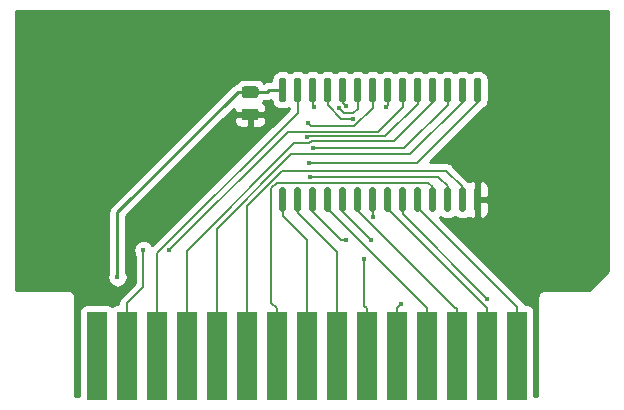
<source format=gbr>
G04 #@! TF.GenerationSoftware,KiCad,Pcbnew,(5.1.8)-1*
G04 #@! TF.CreationDate,2020-11-28T19:45:41+01:00*
G04 #@! TF.ProjectId,MM1_EEPROM_32k_A,4d4d315f-4545-4505-924f-4d5f33326b5f,R1*
G04 #@! TF.SameCoordinates,PX6b49d20PY52f83c0*
G04 #@! TF.FileFunction,Copper,L1,Top*
G04 #@! TF.FilePolarity,Positive*
%FSLAX46Y46*%
G04 Gerber Fmt 4.6, Leading zero omitted, Abs format (unit mm)*
G04 Created by KiCad (PCBNEW (5.1.8)-1) date 2020-11-28 19:45:41*
%MOMM*%
%LPD*%
G01*
G04 APERTURE LIST*
G04 #@! TA.AperFunction,SMDPad,CuDef*
%ADD10R,1.700000X7.500000*%
G04 #@! TD*
G04 #@! TA.AperFunction,ViaPad*
%ADD11C,0.450000*%
G04 #@! TD*
G04 #@! TA.AperFunction,Conductor*
%ADD12C,0.250000*%
G04 #@! TD*
G04 #@! TA.AperFunction,Conductor*
%ADD13C,0.200000*%
G04 #@! TD*
G04 #@! TA.AperFunction,Conductor*
%ADD14C,0.254000*%
G04 #@! TD*
G04 #@! TA.AperFunction,Conductor*
%ADD15C,0.100000*%
G04 #@! TD*
G04 APERTURE END LIST*
G04 #@! TA.AperFunction,SMDPad,CuDef*
G36*
G01*
X20025000Y-7050000D02*
X20975000Y-7050000D01*
G75*
G02*
X21225000Y-7300000I0J-250000D01*
G01*
X21225000Y-7800000D01*
G75*
G02*
X20975000Y-8050000I-250000J0D01*
G01*
X20025000Y-8050000D01*
G75*
G02*
X19775000Y-7800000I0J250000D01*
G01*
X19775000Y-7300000D01*
G75*
G02*
X20025000Y-7050000I250000J0D01*
G01*
G37*
G04 #@! TD.AperFunction*
G04 #@! TA.AperFunction,SMDPad,CuDef*
G36*
G01*
X20025000Y-8950000D02*
X20975000Y-8950000D01*
G75*
G02*
X21225000Y-9200000I0J-250000D01*
G01*
X21225000Y-9700000D01*
G75*
G02*
X20975000Y-9950000I-250000J0D01*
G01*
X20025000Y-9950000D01*
G75*
G02*
X19775000Y-9700000I0J250000D01*
G01*
X19775000Y-9200000D01*
G75*
G02*
X20025000Y-8950000I250000J0D01*
G01*
G37*
G04 #@! TD.AperFunction*
D10*
X7530000Y-29890000D03*
X10070000Y-29890000D03*
X12610000Y-29890000D03*
X15150000Y-29890000D03*
X17690000Y-29890000D03*
X20230000Y-29890000D03*
X22770000Y-29890000D03*
X25310000Y-29890000D03*
X27850000Y-29890000D03*
X30390000Y-29890000D03*
X32930000Y-29890000D03*
X35470000Y-29890000D03*
X38010000Y-29890000D03*
X40550000Y-29890000D03*
X43090000Y-29890000D03*
G04 #@! TA.AperFunction,SMDPad,CuDef*
G36*
G01*
X23395000Y-17675000D02*
X23095000Y-17675000D01*
G75*
G02*
X22945000Y-17525000I0J150000D01*
G01*
X22945000Y-15775000D01*
G75*
G02*
X23095000Y-15625000I150000J0D01*
G01*
X23395000Y-15625000D01*
G75*
G02*
X23545000Y-15775000I0J-150000D01*
G01*
X23545000Y-17525000D01*
G75*
G02*
X23395000Y-17675000I-150000J0D01*
G01*
G37*
G04 #@! TD.AperFunction*
G04 #@! TA.AperFunction,SMDPad,CuDef*
G36*
G01*
X24665000Y-17675000D02*
X24365000Y-17675000D01*
G75*
G02*
X24215000Y-17525000I0J150000D01*
G01*
X24215000Y-15775000D01*
G75*
G02*
X24365000Y-15625000I150000J0D01*
G01*
X24665000Y-15625000D01*
G75*
G02*
X24815000Y-15775000I0J-150000D01*
G01*
X24815000Y-17525000D01*
G75*
G02*
X24665000Y-17675000I-150000J0D01*
G01*
G37*
G04 #@! TD.AperFunction*
G04 #@! TA.AperFunction,SMDPad,CuDef*
G36*
G01*
X25935000Y-17675000D02*
X25635000Y-17675000D01*
G75*
G02*
X25485000Y-17525000I0J150000D01*
G01*
X25485000Y-15775000D01*
G75*
G02*
X25635000Y-15625000I150000J0D01*
G01*
X25935000Y-15625000D01*
G75*
G02*
X26085000Y-15775000I0J-150000D01*
G01*
X26085000Y-17525000D01*
G75*
G02*
X25935000Y-17675000I-150000J0D01*
G01*
G37*
G04 #@! TD.AperFunction*
G04 #@! TA.AperFunction,SMDPad,CuDef*
G36*
G01*
X27205000Y-17675000D02*
X26905000Y-17675000D01*
G75*
G02*
X26755000Y-17525000I0J150000D01*
G01*
X26755000Y-15775000D01*
G75*
G02*
X26905000Y-15625000I150000J0D01*
G01*
X27205000Y-15625000D01*
G75*
G02*
X27355000Y-15775000I0J-150000D01*
G01*
X27355000Y-17525000D01*
G75*
G02*
X27205000Y-17675000I-150000J0D01*
G01*
G37*
G04 #@! TD.AperFunction*
G04 #@! TA.AperFunction,SMDPad,CuDef*
G36*
G01*
X28475000Y-17675000D02*
X28175000Y-17675000D01*
G75*
G02*
X28025000Y-17525000I0J150000D01*
G01*
X28025000Y-15775000D01*
G75*
G02*
X28175000Y-15625000I150000J0D01*
G01*
X28475000Y-15625000D01*
G75*
G02*
X28625000Y-15775000I0J-150000D01*
G01*
X28625000Y-17525000D01*
G75*
G02*
X28475000Y-17675000I-150000J0D01*
G01*
G37*
G04 #@! TD.AperFunction*
G04 #@! TA.AperFunction,SMDPad,CuDef*
G36*
G01*
X29745000Y-17675000D02*
X29445000Y-17675000D01*
G75*
G02*
X29295000Y-17525000I0J150000D01*
G01*
X29295000Y-15775000D01*
G75*
G02*
X29445000Y-15625000I150000J0D01*
G01*
X29745000Y-15625000D01*
G75*
G02*
X29895000Y-15775000I0J-150000D01*
G01*
X29895000Y-17525000D01*
G75*
G02*
X29745000Y-17675000I-150000J0D01*
G01*
G37*
G04 #@! TD.AperFunction*
G04 #@! TA.AperFunction,SMDPad,CuDef*
G36*
G01*
X31015000Y-17675000D02*
X30715000Y-17675000D01*
G75*
G02*
X30565000Y-17525000I0J150000D01*
G01*
X30565000Y-15775000D01*
G75*
G02*
X30715000Y-15625000I150000J0D01*
G01*
X31015000Y-15625000D01*
G75*
G02*
X31165000Y-15775000I0J-150000D01*
G01*
X31165000Y-17525000D01*
G75*
G02*
X31015000Y-17675000I-150000J0D01*
G01*
G37*
G04 #@! TD.AperFunction*
G04 #@! TA.AperFunction,SMDPad,CuDef*
G36*
G01*
X32285000Y-17675000D02*
X31985000Y-17675000D01*
G75*
G02*
X31835000Y-17525000I0J150000D01*
G01*
X31835000Y-15775000D01*
G75*
G02*
X31985000Y-15625000I150000J0D01*
G01*
X32285000Y-15625000D01*
G75*
G02*
X32435000Y-15775000I0J-150000D01*
G01*
X32435000Y-17525000D01*
G75*
G02*
X32285000Y-17675000I-150000J0D01*
G01*
G37*
G04 #@! TD.AperFunction*
G04 #@! TA.AperFunction,SMDPad,CuDef*
G36*
G01*
X33555000Y-17675000D02*
X33255000Y-17675000D01*
G75*
G02*
X33105000Y-17525000I0J150000D01*
G01*
X33105000Y-15775000D01*
G75*
G02*
X33255000Y-15625000I150000J0D01*
G01*
X33555000Y-15625000D01*
G75*
G02*
X33705000Y-15775000I0J-150000D01*
G01*
X33705000Y-17525000D01*
G75*
G02*
X33555000Y-17675000I-150000J0D01*
G01*
G37*
G04 #@! TD.AperFunction*
G04 #@! TA.AperFunction,SMDPad,CuDef*
G36*
G01*
X34825000Y-17675000D02*
X34525000Y-17675000D01*
G75*
G02*
X34375000Y-17525000I0J150000D01*
G01*
X34375000Y-15775000D01*
G75*
G02*
X34525000Y-15625000I150000J0D01*
G01*
X34825000Y-15625000D01*
G75*
G02*
X34975000Y-15775000I0J-150000D01*
G01*
X34975000Y-17525000D01*
G75*
G02*
X34825000Y-17675000I-150000J0D01*
G01*
G37*
G04 #@! TD.AperFunction*
G04 #@! TA.AperFunction,SMDPad,CuDef*
G36*
G01*
X36095000Y-17675000D02*
X35795000Y-17675000D01*
G75*
G02*
X35645000Y-17525000I0J150000D01*
G01*
X35645000Y-15775000D01*
G75*
G02*
X35795000Y-15625000I150000J0D01*
G01*
X36095000Y-15625000D01*
G75*
G02*
X36245000Y-15775000I0J-150000D01*
G01*
X36245000Y-17525000D01*
G75*
G02*
X36095000Y-17675000I-150000J0D01*
G01*
G37*
G04 #@! TD.AperFunction*
G04 #@! TA.AperFunction,SMDPad,CuDef*
G36*
G01*
X37365000Y-17675000D02*
X37065000Y-17675000D01*
G75*
G02*
X36915000Y-17525000I0J150000D01*
G01*
X36915000Y-15775000D01*
G75*
G02*
X37065000Y-15625000I150000J0D01*
G01*
X37365000Y-15625000D01*
G75*
G02*
X37515000Y-15775000I0J-150000D01*
G01*
X37515000Y-17525000D01*
G75*
G02*
X37365000Y-17675000I-150000J0D01*
G01*
G37*
G04 #@! TD.AperFunction*
G04 #@! TA.AperFunction,SMDPad,CuDef*
G36*
G01*
X38635000Y-17675000D02*
X38335000Y-17675000D01*
G75*
G02*
X38185000Y-17525000I0J150000D01*
G01*
X38185000Y-15775000D01*
G75*
G02*
X38335000Y-15625000I150000J0D01*
G01*
X38635000Y-15625000D01*
G75*
G02*
X38785000Y-15775000I0J-150000D01*
G01*
X38785000Y-17525000D01*
G75*
G02*
X38635000Y-17675000I-150000J0D01*
G01*
G37*
G04 #@! TD.AperFunction*
G04 #@! TA.AperFunction,SMDPad,CuDef*
G36*
G01*
X39905000Y-17675000D02*
X39605000Y-17675000D01*
G75*
G02*
X39455000Y-17525000I0J150000D01*
G01*
X39455000Y-15775000D01*
G75*
G02*
X39605000Y-15625000I150000J0D01*
G01*
X39905000Y-15625000D01*
G75*
G02*
X40055000Y-15775000I0J-150000D01*
G01*
X40055000Y-17525000D01*
G75*
G02*
X39905000Y-17675000I-150000J0D01*
G01*
G37*
G04 #@! TD.AperFunction*
G04 #@! TA.AperFunction,SMDPad,CuDef*
G36*
G01*
X39905000Y-8375000D02*
X39605000Y-8375000D01*
G75*
G02*
X39455000Y-8225000I0J150000D01*
G01*
X39455000Y-6475000D01*
G75*
G02*
X39605000Y-6325000I150000J0D01*
G01*
X39905000Y-6325000D01*
G75*
G02*
X40055000Y-6475000I0J-150000D01*
G01*
X40055000Y-8225000D01*
G75*
G02*
X39905000Y-8375000I-150000J0D01*
G01*
G37*
G04 #@! TD.AperFunction*
G04 #@! TA.AperFunction,SMDPad,CuDef*
G36*
G01*
X38635000Y-8375000D02*
X38335000Y-8375000D01*
G75*
G02*
X38185000Y-8225000I0J150000D01*
G01*
X38185000Y-6475000D01*
G75*
G02*
X38335000Y-6325000I150000J0D01*
G01*
X38635000Y-6325000D01*
G75*
G02*
X38785000Y-6475000I0J-150000D01*
G01*
X38785000Y-8225000D01*
G75*
G02*
X38635000Y-8375000I-150000J0D01*
G01*
G37*
G04 #@! TD.AperFunction*
G04 #@! TA.AperFunction,SMDPad,CuDef*
G36*
G01*
X37365000Y-8375000D02*
X37065000Y-8375000D01*
G75*
G02*
X36915000Y-8225000I0J150000D01*
G01*
X36915000Y-6475000D01*
G75*
G02*
X37065000Y-6325000I150000J0D01*
G01*
X37365000Y-6325000D01*
G75*
G02*
X37515000Y-6475000I0J-150000D01*
G01*
X37515000Y-8225000D01*
G75*
G02*
X37365000Y-8375000I-150000J0D01*
G01*
G37*
G04 #@! TD.AperFunction*
G04 #@! TA.AperFunction,SMDPad,CuDef*
G36*
G01*
X36095000Y-8375000D02*
X35795000Y-8375000D01*
G75*
G02*
X35645000Y-8225000I0J150000D01*
G01*
X35645000Y-6475000D01*
G75*
G02*
X35795000Y-6325000I150000J0D01*
G01*
X36095000Y-6325000D01*
G75*
G02*
X36245000Y-6475000I0J-150000D01*
G01*
X36245000Y-8225000D01*
G75*
G02*
X36095000Y-8375000I-150000J0D01*
G01*
G37*
G04 #@! TD.AperFunction*
G04 #@! TA.AperFunction,SMDPad,CuDef*
G36*
G01*
X34825000Y-8375000D02*
X34525000Y-8375000D01*
G75*
G02*
X34375000Y-8225000I0J150000D01*
G01*
X34375000Y-6475000D01*
G75*
G02*
X34525000Y-6325000I150000J0D01*
G01*
X34825000Y-6325000D01*
G75*
G02*
X34975000Y-6475000I0J-150000D01*
G01*
X34975000Y-8225000D01*
G75*
G02*
X34825000Y-8375000I-150000J0D01*
G01*
G37*
G04 #@! TD.AperFunction*
G04 #@! TA.AperFunction,SMDPad,CuDef*
G36*
G01*
X33555000Y-8375000D02*
X33255000Y-8375000D01*
G75*
G02*
X33105000Y-8225000I0J150000D01*
G01*
X33105000Y-6475000D01*
G75*
G02*
X33255000Y-6325000I150000J0D01*
G01*
X33555000Y-6325000D01*
G75*
G02*
X33705000Y-6475000I0J-150000D01*
G01*
X33705000Y-8225000D01*
G75*
G02*
X33555000Y-8375000I-150000J0D01*
G01*
G37*
G04 #@! TD.AperFunction*
G04 #@! TA.AperFunction,SMDPad,CuDef*
G36*
G01*
X32285000Y-8375000D02*
X31985000Y-8375000D01*
G75*
G02*
X31835000Y-8225000I0J150000D01*
G01*
X31835000Y-6475000D01*
G75*
G02*
X31985000Y-6325000I150000J0D01*
G01*
X32285000Y-6325000D01*
G75*
G02*
X32435000Y-6475000I0J-150000D01*
G01*
X32435000Y-8225000D01*
G75*
G02*
X32285000Y-8375000I-150000J0D01*
G01*
G37*
G04 #@! TD.AperFunction*
G04 #@! TA.AperFunction,SMDPad,CuDef*
G36*
G01*
X31015000Y-8375000D02*
X30715000Y-8375000D01*
G75*
G02*
X30565000Y-8225000I0J150000D01*
G01*
X30565000Y-6475000D01*
G75*
G02*
X30715000Y-6325000I150000J0D01*
G01*
X31015000Y-6325000D01*
G75*
G02*
X31165000Y-6475000I0J-150000D01*
G01*
X31165000Y-8225000D01*
G75*
G02*
X31015000Y-8375000I-150000J0D01*
G01*
G37*
G04 #@! TD.AperFunction*
G04 #@! TA.AperFunction,SMDPad,CuDef*
G36*
G01*
X29745000Y-8375000D02*
X29445000Y-8375000D01*
G75*
G02*
X29295000Y-8225000I0J150000D01*
G01*
X29295000Y-6475000D01*
G75*
G02*
X29445000Y-6325000I150000J0D01*
G01*
X29745000Y-6325000D01*
G75*
G02*
X29895000Y-6475000I0J-150000D01*
G01*
X29895000Y-8225000D01*
G75*
G02*
X29745000Y-8375000I-150000J0D01*
G01*
G37*
G04 #@! TD.AperFunction*
G04 #@! TA.AperFunction,SMDPad,CuDef*
G36*
G01*
X28475000Y-8375000D02*
X28175000Y-8375000D01*
G75*
G02*
X28025000Y-8225000I0J150000D01*
G01*
X28025000Y-6475000D01*
G75*
G02*
X28175000Y-6325000I150000J0D01*
G01*
X28475000Y-6325000D01*
G75*
G02*
X28625000Y-6475000I0J-150000D01*
G01*
X28625000Y-8225000D01*
G75*
G02*
X28475000Y-8375000I-150000J0D01*
G01*
G37*
G04 #@! TD.AperFunction*
G04 #@! TA.AperFunction,SMDPad,CuDef*
G36*
G01*
X27205000Y-8375000D02*
X26905000Y-8375000D01*
G75*
G02*
X26755000Y-8225000I0J150000D01*
G01*
X26755000Y-6475000D01*
G75*
G02*
X26905000Y-6325000I150000J0D01*
G01*
X27205000Y-6325000D01*
G75*
G02*
X27355000Y-6475000I0J-150000D01*
G01*
X27355000Y-8225000D01*
G75*
G02*
X27205000Y-8375000I-150000J0D01*
G01*
G37*
G04 #@! TD.AperFunction*
G04 #@! TA.AperFunction,SMDPad,CuDef*
G36*
G01*
X25935000Y-8375000D02*
X25635000Y-8375000D01*
G75*
G02*
X25485000Y-8225000I0J150000D01*
G01*
X25485000Y-6475000D01*
G75*
G02*
X25635000Y-6325000I150000J0D01*
G01*
X25935000Y-6325000D01*
G75*
G02*
X26085000Y-6475000I0J-150000D01*
G01*
X26085000Y-8225000D01*
G75*
G02*
X25935000Y-8375000I-150000J0D01*
G01*
G37*
G04 #@! TD.AperFunction*
G04 #@! TA.AperFunction,SMDPad,CuDef*
G36*
G01*
X24665000Y-8375000D02*
X24365000Y-8375000D01*
G75*
G02*
X24215000Y-8225000I0J150000D01*
G01*
X24215000Y-6475000D01*
G75*
G02*
X24365000Y-6325000I150000J0D01*
G01*
X24665000Y-6325000D01*
G75*
G02*
X24815000Y-6475000I0J-150000D01*
G01*
X24815000Y-8225000D01*
G75*
G02*
X24665000Y-8375000I-150000J0D01*
G01*
G37*
G04 #@! TD.AperFunction*
G04 #@! TA.AperFunction,SMDPad,CuDef*
G36*
G01*
X23395000Y-8375000D02*
X23095000Y-8375000D01*
G75*
G02*
X22945000Y-8225000I0J150000D01*
G01*
X22945000Y-6475000D01*
G75*
G02*
X23095000Y-6325000I150000J0D01*
G01*
X23395000Y-6325000D01*
G75*
G02*
X23545000Y-6475000I0J-150000D01*
G01*
X23545000Y-8225000D01*
G75*
G02*
X23395000Y-8375000I-150000J0D01*
G01*
G37*
G04 #@! TD.AperFunction*
D11*
X20500000Y-10720000D03*
X39950000Y-19000000D03*
X9270000Y-23240000D03*
X25409300Y-10203200D03*
X13640000Y-20920000D03*
X11470000Y-20940000D03*
X25275210Y-11395010D03*
X25795342Y-12321796D03*
X25511500Y-13533400D03*
X25542261Y-14714990D03*
X25878800Y-8799100D03*
X28014723Y-8881954D03*
X28634506Y-8768887D03*
X30179300Y-21642700D03*
X32033600Y-8785200D03*
X28644900Y-20064400D03*
X33290300Y-25499400D03*
X29219118Y-9801810D03*
X30718100Y-20058300D03*
X30865000Y-18095000D03*
X40550000Y-25050000D03*
D12*
X20501600Y-9448400D02*
X20500000Y-9450000D01*
X23245000Y-7350000D02*
X22140000Y-7350000D01*
X22140000Y-7350000D02*
X21940000Y-7550000D01*
X21940000Y-7550000D02*
X20500000Y-7550000D01*
X20500000Y-7550000D02*
X19460000Y-7550000D01*
X9270000Y-17740000D02*
X9270000Y-23240000D01*
X19460000Y-7550000D02*
X9270000Y-17740000D01*
D13*
X29325222Y-10428199D02*
X25634299Y-10428199D01*
X30865000Y-7350000D02*
X30865000Y-8888421D01*
X30865000Y-8888421D02*
X29325222Y-10428199D01*
X25634299Y-10428199D02*
X25409300Y-10203200D01*
X33405000Y-7350000D02*
X33405000Y-8855000D01*
X33405000Y-8855000D02*
X31370000Y-10890000D01*
X31370000Y-10890000D02*
X23670000Y-10890000D01*
X23670000Y-10890000D02*
X13640000Y-20920000D01*
X11470000Y-24030000D02*
X10070000Y-25430000D01*
X11470000Y-20940000D02*
X11470000Y-24030000D01*
X10070000Y-25430000D02*
X10070000Y-29890000D01*
X34675000Y-8535000D02*
X31939989Y-11270011D01*
X31939989Y-11270011D02*
X25400209Y-11270011D01*
X25400209Y-11270011D02*
X25275210Y-11395010D01*
X34675000Y-7350000D02*
X34675000Y-8535000D01*
X24515000Y-7350000D02*
X24515000Y-9297596D01*
X24515000Y-9297596D02*
X12610000Y-21202596D01*
X12610000Y-21202596D02*
X12610000Y-29890000D01*
X37215000Y-8675000D02*
X33568204Y-12321796D01*
X37215000Y-7350000D02*
X37215000Y-8675000D01*
X33568204Y-12321796D02*
X25795342Y-12321796D01*
X15150000Y-20970000D02*
X15150000Y-29890000D01*
X35945000Y-8375000D02*
X32669978Y-11650022D01*
X35945000Y-7350000D02*
X35945000Y-8375000D01*
X32669978Y-11650022D02*
X25767602Y-11650022D01*
X25767602Y-11650022D02*
X25517612Y-11900012D01*
X24219988Y-11900012D02*
X15150000Y-20970000D01*
X25517612Y-11900012D02*
X24219988Y-11900012D01*
X34596600Y-13533400D02*
X25511500Y-13533400D01*
X39755000Y-8375000D02*
X34596600Y-13533400D01*
X39755000Y-7350000D02*
X39755000Y-8375000D01*
X38485000Y-7350000D02*
X38485000Y-8375000D01*
X17690000Y-19120000D02*
X17690000Y-29890000D01*
X23983203Y-12826797D02*
X17690000Y-19120000D01*
X34033203Y-12826797D02*
X23983203Y-12826797D01*
X38485000Y-8375000D02*
X34033203Y-12826797D01*
X36424990Y-14714990D02*
X25542261Y-14714990D01*
X37215000Y-15505000D02*
X36424990Y-14714990D01*
X37215000Y-16650000D02*
X37215000Y-15505000D01*
X20230000Y-17180000D02*
X20230000Y-29890000D01*
X23200012Y-14209988D02*
X20230000Y-17180000D01*
X37069988Y-14209988D02*
X23200012Y-14209988D01*
X38485000Y-15625000D02*
X37069988Y-14209988D01*
X38485000Y-16650000D02*
X38485000Y-15625000D01*
X22310000Y-25399700D02*
X22770000Y-25859700D01*
X22770000Y-25859700D02*
X22770000Y-29890000D01*
X22310000Y-15690000D02*
X22310000Y-25399700D01*
X35600000Y-15220000D02*
X22780000Y-15220000D01*
X35945000Y-15565000D02*
X35600000Y-15220000D01*
X22780000Y-15220000D02*
X22310000Y-15690000D01*
X35945000Y-16650000D02*
X35945000Y-15565000D01*
X25785000Y-7350000D02*
X25785000Y-8705300D01*
X25785000Y-8705300D02*
X25878800Y-8799100D01*
X23245000Y-18015000D02*
X25310000Y-20080000D01*
X23245000Y-16650000D02*
X23245000Y-18015000D01*
X25310000Y-20080000D02*
X25310000Y-29890000D01*
X29595000Y-7350000D02*
X29595000Y-8945000D01*
X28429569Y-9296800D02*
X28014723Y-8881954D01*
X28429569Y-9296800D02*
X29243200Y-9296800D01*
X29243200Y-9296800D02*
X29595000Y-8945000D01*
X24515000Y-16650000D02*
X24515000Y-17775500D01*
X24515000Y-17775500D02*
X27850000Y-21110500D01*
X27850000Y-21110500D02*
X27850000Y-29890000D01*
X28325000Y-7350000D02*
X28325000Y-8459381D01*
X28325000Y-8459381D02*
X28634506Y-8768887D01*
X30390000Y-25859700D02*
X30179300Y-25649000D01*
X30179300Y-25649000D02*
X30179300Y-21642700D01*
X30390000Y-29890000D02*
X30390000Y-25859700D01*
X32135000Y-8683800D02*
X32033600Y-8785200D01*
X32135000Y-7350000D02*
X32135000Y-8683800D01*
X25785000Y-16650000D02*
X25785000Y-17685000D01*
X28164400Y-20064400D02*
X28644900Y-20064400D01*
X25785000Y-17685000D02*
X28164400Y-20064400D01*
X32930000Y-25859700D02*
X33290300Y-25499400D01*
X32930000Y-29890000D02*
X32930000Y-25859700D01*
X27055000Y-8643300D02*
X28213510Y-9801810D01*
X27055000Y-7350000D02*
X27055000Y-8643300D01*
X28213510Y-9801810D02*
X29219118Y-9801810D01*
X28325000Y-16650000D02*
X28325000Y-17665200D01*
X28325000Y-17665200D02*
X30718100Y-20058300D01*
X35470000Y-29890000D02*
X35470000Y-25859700D01*
X27055000Y-16650000D02*
X27055000Y-17444700D01*
X27055000Y-17444700D02*
X35470000Y-25859700D01*
X30865000Y-16650000D02*
X30865000Y-18095000D01*
X38010000Y-29890000D02*
X38010000Y-25859700D01*
X29595000Y-16650000D02*
X29595000Y-17583400D01*
X29595000Y-17583400D02*
X37871300Y-25859700D01*
X37871300Y-25859700D02*
X38010000Y-25859700D01*
X33405000Y-17139800D02*
X33405000Y-16650000D01*
X33405000Y-16650000D02*
X33405000Y-17885000D01*
X33405000Y-17885000D02*
X40550000Y-25030000D01*
X40550000Y-25030000D02*
X40550000Y-25050000D01*
X40550000Y-29890000D02*
X40550000Y-25859700D01*
X32135000Y-16650000D02*
X32135000Y-17444700D01*
X32135000Y-17444700D02*
X40550000Y-25859700D01*
X43090000Y-29890000D02*
X43090000Y-25752100D01*
X43090000Y-25752100D02*
X34675000Y-17337100D01*
X34675000Y-17337100D02*
X34675000Y-16650000D01*
D14*
X50790000Y-22705908D02*
X49205909Y-24290000D01*
X45534877Y-24290000D01*
X45500000Y-24286565D01*
X45465123Y-24290000D01*
X45360816Y-24300273D01*
X45226980Y-24340872D01*
X45103637Y-24406800D01*
X44995525Y-24495525D01*
X44906800Y-24603637D01*
X44840872Y-24726980D01*
X44800273Y-24860816D01*
X44786565Y-25000000D01*
X44790000Y-25034876D01*
X44790001Y-33290000D01*
X44578072Y-33290000D01*
X44578072Y-26140000D01*
X44565812Y-26015518D01*
X44529502Y-25895820D01*
X44470537Y-25785506D01*
X44391185Y-25688815D01*
X44294494Y-25609463D01*
X44184180Y-25550498D01*
X44064482Y-25514188D01*
X43940000Y-25501928D01*
X43782184Y-25501928D01*
X43772337Y-25469467D01*
X43704087Y-25341780D01*
X43612238Y-25229862D01*
X43584193Y-25206846D01*
X36546437Y-18169090D01*
X36580000Y-18141546D01*
X36627171Y-18180258D01*
X36763418Y-18253084D01*
X36911255Y-18297929D01*
X37065000Y-18313072D01*
X37365000Y-18313072D01*
X37518745Y-18297929D01*
X37666582Y-18253084D01*
X37802829Y-18180258D01*
X37850000Y-18141546D01*
X37897171Y-18180258D01*
X38033418Y-18253084D01*
X38181255Y-18297929D01*
X38335000Y-18313072D01*
X38635000Y-18313072D01*
X38788745Y-18297929D01*
X38936582Y-18253084D01*
X39070936Y-18181270D01*
X39100506Y-18205537D01*
X39210820Y-18264502D01*
X39330518Y-18300812D01*
X39455000Y-18313072D01*
X39469250Y-18310000D01*
X39628000Y-18151250D01*
X39628000Y-16777000D01*
X39882000Y-16777000D01*
X39882000Y-18151250D01*
X40040750Y-18310000D01*
X40055000Y-18313072D01*
X40179482Y-18300812D01*
X40299180Y-18264502D01*
X40409494Y-18205537D01*
X40506185Y-18126185D01*
X40585537Y-18029494D01*
X40644502Y-17919180D01*
X40680812Y-17799482D01*
X40693072Y-17675000D01*
X40690000Y-16935750D01*
X40531250Y-16777000D01*
X39882000Y-16777000D01*
X39628000Y-16777000D01*
X39608000Y-16777000D01*
X39608000Y-16523000D01*
X39628000Y-16523000D01*
X39628000Y-15148750D01*
X39882000Y-15148750D01*
X39882000Y-16523000D01*
X40531250Y-16523000D01*
X40690000Y-16364250D01*
X40693072Y-15625000D01*
X40680812Y-15500518D01*
X40644502Y-15380820D01*
X40585537Y-15270506D01*
X40506185Y-15173815D01*
X40409494Y-15094463D01*
X40299180Y-15035498D01*
X40179482Y-14999188D01*
X40055000Y-14986928D01*
X40040750Y-14990000D01*
X39882000Y-15148750D01*
X39628000Y-15148750D01*
X39469250Y-14990000D01*
X39455000Y-14986928D01*
X39330518Y-14999188D01*
X39210820Y-15035498D01*
X39100506Y-15094463D01*
X39070936Y-15118730D01*
X38957594Y-15058147D01*
X37615246Y-13715800D01*
X37592226Y-13687750D01*
X37480308Y-13595901D01*
X37352621Y-13527651D01*
X37214073Y-13485623D01*
X37106093Y-13474988D01*
X37069988Y-13471432D01*
X37033883Y-13474988D01*
X35694458Y-13474988D01*
X40227594Y-8941853D01*
X40342829Y-8880258D01*
X40462251Y-8782251D01*
X40560258Y-8662829D01*
X40633084Y-8526582D01*
X40677929Y-8378745D01*
X40693072Y-8225000D01*
X40693072Y-6475000D01*
X40677929Y-6321255D01*
X40633084Y-6173418D01*
X40560258Y-6037171D01*
X40462251Y-5917749D01*
X40342829Y-5819742D01*
X40206582Y-5746916D01*
X40058745Y-5702071D01*
X39905000Y-5686928D01*
X39605000Y-5686928D01*
X39451255Y-5702071D01*
X39303418Y-5746916D01*
X39167171Y-5819742D01*
X39120000Y-5858454D01*
X39072829Y-5819742D01*
X38936582Y-5746916D01*
X38788745Y-5702071D01*
X38635000Y-5686928D01*
X38335000Y-5686928D01*
X38181255Y-5702071D01*
X38033418Y-5746916D01*
X37897171Y-5819742D01*
X37850000Y-5858454D01*
X37802829Y-5819742D01*
X37666582Y-5746916D01*
X37518745Y-5702071D01*
X37365000Y-5686928D01*
X37065000Y-5686928D01*
X36911255Y-5702071D01*
X36763418Y-5746916D01*
X36627171Y-5819742D01*
X36580000Y-5858454D01*
X36532829Y-5819742D01*
X36396582Y-5746916D01*
X36248745Y-5702071D01*
X36095000Y-5686928D01*
X35795000Y-5686928D01*
X35641255Y-5702071D01*
X35493418Y-5746916D01*
X35357171Y-5819742D01*
X35310000Y-5858454D01*
X35262829Y-5819742D01*
X35126582Y-5746916D01*
X34978745Y-5702071D01*
X34825000Y-5686928D01*
X34525000Y-5686928D01*
X34371255Y-5702071D01*
X34223418Y-5746916D01*
X34087171Y-5819742D01*
X34040000Y-5858454D01*
X33992829Y-5819742D01*
X33856582Y-5746916D01*
X33708745Y-5702071D01*
X33555000Y-5686928D01*
X33255000Y-5686928D01*
X33101255Y-5702071D01*
X32953418Y-5746916D01*
X32817171Y-5819742D01*
X32770000Y-5858454D01*
X32722829Y-5819742D01*
X32586582Y-5746916D01*
X32438745Y-5702071D01*
X32285000Y-5686928D01*
X31985000Y-5686928D01*
X31831255Y-5702071D01*
X31683418Y-5746916D01*
X31547171Y-5819742D01*
X31500000Y-5858454D01*
X31452829Y-5819742D01*
X31316582Y-5746916D01*
X31168745Y-5702071D01*
X31015000Y-5686928D01*
X30715000Y-5686928D01*
X30561255Y-5702071D01*
X30413418Y-5746916D01*
X30277171Y-5819742D01*
X30230000Y-5858454D01*
X30182829Y-5819742D01*
X30046582Y-5746916D01*
X29898745Y-5702071D01*
X29745000Y-5686928D01*
X29445000Y-5686928D01*
X29291255Y-5702071D01*
X29143418Y-5746916D01*
X29007171Y-5819742D01*
X28960000Y-5858454D01*
X28912829Y-5819742D01*
X28776582Y-5746916D01*
X28628745Y-5702071D01*
X28475000Y-5686928D01*
X28175000Y-5686928D01*
X28021255Y-5702071D01*
X27873418Y-5746916D01*
X27737171Y-5819742D01*
X27690000Y-5858454D01*
X27642829Y-5819742D01*
X27506582Y-5746916D01*
X27358745Y-5702071D01*
X27205000Y-5686928D01*
X26905000Y-5686928D01*
X26751255Y-5702071D01*
X26603418Y-5746916D01*
X26467171Y-5819742D01*
X26420000Y-5858454D01*
X26372829Y-5819742D01*
X26236582Y-5746916D01*
X26088745Y-5702071D01*
X25935000Y-5686928D01*
X25635000Y-5686928D01*
X25481255Y-5702071D01*
X25333418Y-5746916D01*
X25197171Y-5819742D01*
X25150000Y-5858454D01*
X25102829Y-5819742D01*
X24966582Y-5746916D01*
X24818745Y-5702071D01*
X24665000Y-5686928D01*
X24365000Y-5686928D01*
X24211255Y-5702071D01*
X24063418Y-5746916D01*
X23927171Y-5819742D01*
X23880000Y-5858454D01*
X23832829Y-5819742D01*
X23696582Y-5746916D01*
X23548745Y-5702071D01*
X23395000Y-5686928D01*
X23095000Y-5686928D01*
X22941255Y-5702071D01*
X22793418Y-5746916D01*
X22657171Y-5819742D01*
X22537749Y-5917749D01*
X22439742Y-6037171D01*
X22366916Y-6173418D01*
X22322071Y-6321255D01*
X22306928Y-6475000D01*
X22306928Y-6590000D01*
X22177325Y-6590000D01*
X22140000Y-6586324D01*
X22102675Y-6590000D01*
X22102667Y-6590000D01*
X21991014Y-6600997D01*
X21847753Y-6644454D01*
X21715724Y-6715026D01*
X21669424Y-6753023D01*
X21602962Y-6672038D01*
X21468386Y-6561595D01*
X21314850Y-6479528D01*
X21148254Y-6428992D01*
X20975000Y-6411928D01*
X20025000Y-6411928D01*
X19851746Y-6428992D01*
X19685150Y-6479528D01*
X19531614Y-6561595D01*
X19397038Y-6672038D01*
X19286595Y-6806614D01*
X19285453Y-6808751D01*
X19167753Y-6844454D01*
X19035724Y-6915026D01*
X18919999Y-7009999D01*
X18896201Y-7038997D01*
X8759003Y-17176196D01*
X8729999Y-17199999D01*
X8701275Y-17235000D01*
X8635026Y-17315724D01*
X8575550Y-17426995D01*
X8564454Y-17447754D01*
X8520997Y-17591015D01*
X8510000Y-17702668D01*
X8510000Y-17702678D01*
X8506324Y-17740000D01*
X8510000Y-17777323D01*
X8510001Y-22829460D01*
X8507878Y-22832637D01*
X8443049Y-22989147D01*
X8410000Y-23155297D01*
X8410000Y-23324703D01*
X8443049Y-23490853D01*
X8507878Y-23647363D01*
X8601995Y-23788218D01*
X8721782Y-23908005D01*
X8862637Y-24002122D01*
X9019147Y-24066951D01*
X9185297Y-24100000D01*
X9354703Y-24100000D01*
X9520853Y-24066951D01*
X9677363Y-24002122D01*
X9818218Y-23908005D01*
X9938005Y-23788218D01*
X10032122Y-23647363D01*
X10096951Y-23490853D01*
X10130000Y-23324703D01*
X10130000Y-23155297D01*
X10096951Y-22989147D01*
X10032122Y-22832637D01*
X10030000Y-22829461D01*
X10030000Y-18054801D01*
X18134801Y-9950000D01*
X19136928Y-9950000D01*
X19149188Y-10074482D01*
X19185498Y-10194180D01*
X19244463Y-10304494D01*
X19323815Y-10401185D01*
X19420506Y-10480537D01*
X19530820Y-10539502D01*
X19650518Y-10575812D01*
X19775000Y-10588072D01*
X20214250Y-10585000D01*
X20373000Y-10426250D01*
X20373000Y-9577000D01*
X20627000Y-9577000D01*
X20627000Y-10426250D01*
X20785750Y-10585000D01*
X21225000Y-10588072D01*
X21349482Y-10575812D01*
X21469180Y-10539502D01*
X21579494Y-10480537D01*
X21676185Y-10401185D01*
X21755537Y-10304494D01*
X21814502Y-10194180D01*
X21850812Y-10074482D01*
X21863072Y-9950000D01*
X21860000Y-9735750D01*
X21701250Y-9577000D01*
X20627000Y-9577000D01*
X20373000Y-9577000D01*
X19298750Y-9577000D01*
X19140000Y-9735750D01*
X19136928Y-9950000D01*
X18134801Y-9950000D01*
X19137160Y-8947642D01*
X19136928Y-8950000D01*
X19140000Y-9164250D01*
X19298750Y-9323000D01*
X20373000Y-9323000D01*
X20373000Y-9303000D01*
X20627000Y-9303000D01*
X20627000Y-9323000D01*
X21701250Y-9323000D01*
X21860000Y-9164250D01*
X21863072Y-8950000D01*
X21850812Y-8825518D01*
X21814502Y-8705820D01*
X21755537Y-8595506D01*
X21676185Y-8498815D01*
X21596406Y-8433342D01*
X21602962Y-8427962D01*
X21699770Y-8310000D01*
X21902678Y-8310000D01*
X21940000Y-8313676D01*
X21977322Y-8310000D01*
X21977333Y-8310000D01*
X22088986Y-8299003D01*
X22232247Y-8255546D01*
X22306928Y-8215628D01*
X22306928Y-8225000D01*
X22322071Y-8378745D01*
X22366916Y-8526582D01*
X22439742Y-8662829D01*
X22537749Y-8782251D01*
X22657171Y-8880258D01*
X22793418Y-8953084D01*
X22941255Y-8997929D01*
X23095000Y-9013072D01*
X23395000Y-9013072D01*
X23548745Y-8997929D01*
X23696582Y-8953084D01*
X23780001Y-8908495D01*
X23780001Y-8993148D01*
X12234580Y-20538570D01*
X12232122Y-20532637D01*
X12138005Y-20391782D01*
X12018218Y-20271995D01*
X11877363Y-20177878D01*
X11720853Y-20113049D01*
X11554703Y-20080000D01*
X11385297Y-20080000D01*
X11219147Y-20113049D01*
X11062637Y-20177878D01*
X10921782Y-20271995D01*
X10801995Y-20391782D01*
X10707878Y-20532637D01*
X10643049Y-20689147D01*
X10610000Y-20855297D01*
X10610000Y-21024703D01*
X10643049Y-21190853D01*
X10707878Y-21347363D01*
X10735000Y-21387954D01*
X10735001Y-23725552D01*
X9575808Y-24884746D01*
X9547762Y-24907763D01*
X9455913Y-25019681D01*
X9387663Y-25147368D01*
X9373492Y-25194084D01*
X9345635Y-25285915D01*
X9331444Y-25430000D01*
X9335000Y-25466105D01*
X9335000Y-25501928D01*
X9220000Y-25501928D01*
X9095518Y-25514188D01*
X8975820Y-25550498D01*
X8865506Y-25609463D01*
X8800000Y-25663222D01*
X8734494Y-25609463D01*
X8624180Y-25550498D01*
X8504482Y-25514188D01*
X8380000Y-25501928D01*
X6680000Y-25501928D01*
X6555518Y-25514188D01*
X6435820Y-25550498D01*
X6325506Y-25609463D01*
X6228815Y-25688815D01*
X6149463Y-25785506D01*
X6090498Y-25895820D01*
X6054188Y-26015518D01*
X6041928Y-26140000D01*
X6041928Y-33290000D01*
X5710000Y-33290000D01*
X5710000Y-25034876D01*
X5713435Y-25000000D01*
X5699727Y-24860816D01*
X5659128Y-24726980D01*
X5593200Y-24603637D01*
X5504475Y-24495525D01*
X5396363Y-24406800D01*
X5273020Y-24340872D01*
X5139184Y-24300273D01*
X5034877Y-24290000D01*
X5000000Y-24286565D01*
X4965123Y-24290000D01*
X710000Y-24290000D01*
X710000Y-710000D01*
X50790001Y-710000D01*
X50790000Y-22705908D01*
G04 #@! TA.AperFunction,Conductor*
D15*
G36*
X50790000Y-22705908D02*
G01*
X49205909Y-24290000D01*
X45534877Y-24290000D01*
X45500000Y-24286565D01*
X45465123Y-24290000D01*
X45360816Y-24300273D01*
X45226980Y-24340872D01*
X45103637Y-24406800D01*
X44995525Y-24495525D01*
X44906800Y-24603637D01*
X44840872Y-24726980D01*
X44800273Y-24860816D01*
X44786565Y-25000000D01*
X44790000Y-25034876D01*
X44790001Y-33290000D01*
X44578072Y-33290000D01*
X44578072Y-26140000D01*
X44565812Y-26015518D01*
X44529502Y-25895820D01*
X44470537Y-25785506D01*
X44391185Y-25688815D01*
X44294494Y-25609463D01*
X44184180Y-25550498D01*
X44064482Y-25514188D01*
X43940000Y-25501928D01*
X43782184Y-25501928D01*
X43772337Y-25469467D01*
X43704087Y-25341780D01*
X43612238Y-25229862D01*
X43584193Y-25206846D01*
X36546437Y-18169090D01*
X36580000Y-18141546D01*
X36627171Y-18180258D01*
X36763418Y-18253084D01*
X36911255Y-18297929D01*
X37065000Y-18313072D01*
X37365000Y-18313072D01*
X37518745Y-18297929D01*
X37666582Y-18253084D01*
X37802829Y-18180258D01*
X37850000Y-18141546D01*
X37897171Y-18180258D01*
X38033418Y-18253084D01*
X38181255Y-18297929D01*
X38335000Y-18313072D01*
X38635000Y-18313072D01*
X38788745Y-18297929D01*
X38936582Y-18253084D01*
X39070936Y-18181270D01*
X39100506Y-18205537D01*
X39210820Y-18264502D01*
X39330518Y-18300812D01*
X39455000Y-18313072D01*
X39469250Y-18310000D01*
X39628000Y-18151250D01*
X39628000Y-16777000D01*
X39882000Y-16777000D01*
X39882000Y-18151250D01*
X40040750Y-18310000D01*
X40055000Y-18313072D01*
X40179482Y-18300812D01*
X40299180Y-18264502D01*
X40409494Y-18205537D01*
X40506185Y-18126185D01*
X40585537Y-18029494D01*
X40644502Y-17919180D01*
X40680812Y-17799482D01*
X40693072Y-17675000D01*
X40690000Y-16935750D01*
X40531250Y-16777000D01*
X39882000Y-16777000D01*
X39628000Y-16777000D01*
X39608000Y-16777000D01*
X39608000Y-16523000D01*
X39628000Y-16523000D01*
X39628000Y-15148750D01*
X39882000Y-15148750D01*
X39882000Y-16523000D01*
X40531250Y-16523000D01*
X40690000Y-16364250D01*
X40693072Y-15625000D01*
X40680812Y-15500518D01*
X40644502Y-15380820D01*
X40585537Y-15270506D01*
X40506185Y-15173815D01*
X40409494Y-15094463D01*
X40299180Y-15035498D01*
X40179482Y-14999188D01*
X40055000Y-14986928D01*
X40040750Y-14990000D01*
X39882000Y-15148750D01*
X39628000Y-15148750D01*
X39469250Y-14990000D01*
X39455000Y-14986928D01*
X39330518Y-14999188D01*
X39210820Y-15035498D01*
X39100506Y-15094463D01*
X39070936Y-15118730D01*
X38957594Y-15058147D01*
X37615246Y-13715800D01*
X37592226Y-13687750D01*
X37480308Y-13595901D01*
X37352621Y-13527651D01*
X37214073Y-13485623D01*
X37106093Y-13474988D01*
X37069988Y-13471432D01*
X37033883Y-13474988D01*
X35694458Y-13474988D01*
X40227594Y-8941853D01*
X40342829Y-8880258D01*
X40462251Y-8782251D01*
X40560258Y-8662829D01*
X40633084Y-8526582D01*
X40677929Y-8378745D01*
X40693072Y-8225000D01*
X40693072Y-6475000D01*
X40677929Y-6321255D01*
X40633084Y-6173418D01*
X40560258Y-6037171D01*
X40462251Y-5917749D01*
X40342829Y-5819742D01*
X40206582Y-5746916D01*
X40058745Y-5702071D01*
X39905000Y-5686928D01*
X39605000Y-5686928D01*
X39451255Y-5702071D01*
X39303418Y-5746916D01*
X39167171Y-5819742D01*
X39120000Y-5858454D01*
X39072829Y-5819742D01*
X38936582Y-5746916D01*
X38788745Y-5702071D01*
X38635000Y-5686928D01*
X38335000Y-5686928D01*
X38181255Y-5702071D01*
X38033418Y-5746916D01*
X37897171Y-5819742D01*
X37850000Y-5858454D01*
X37802829Y-5819742D01*
X37666582Y-5746916D01*
X37518745Y-5702071D01*
X37365000Y-5686928D01*
X37065000Y-5686928D01*
X36911255Y-5702071D01*
X36763418Y-5746916D01*
X36627171Y-5819742D01*
X36580000Y-5858454D01*
X36532829Y-5819742D01*
X36396582Y-5746916D01*
X36248745Y-5702071D01*
X36095000Y-5686928D01*
X35795000Y-5686928D01*
X35641255Y-5702071D01*
X35493418Y-5746916D01*
X35357171Y-5819742D01*
X35310000Y-5858454D01*
X35262829Y-5819742D01*
X35126582Y-5746916D01*
X34978745Y-5702071D01*
X34825000Y-5686928D01*
X34525000Y-5686928D01*
X34371255Y-5702071D01*
X34223418Y-5746916D01*
X34087171Y-5819742D01*
X34040000Y-5858454D01*
X33992829Y-5819742D01*
X33856582Y-5746916D01*
X33708745Y-5702071D01*
X33555000Y-5686928D01*
X33255000Y-5686928D01*
X33101255Y-5702071D01*
X32953418Y-5746916D01*
X32817171Y-5819742D01*
X32770000Y-5858454D01*
X32722829Y-5819742D01*
X32586582Y-5746916D01*
X32438745Y-5702071D01*
X32285000Y-5686928D01*
X31985000Y-5686928D01*
X31831255Y-5702071D01*
X31683418Y-5746916D01*
X31547171Y-5819742D01*
X31500000Y-5858454D01*
X31452829Y-5819742D01*
X31316582Y-5746916D01*
X31168745Y-5702071D01*
X31015000Y-5686928D01*
X30715000Y-5686928D01*
X30561255Y-5702071D01*
X30413418Y-5746916D01*
X30277171Y-5819742D01*
X30230000Y-5858454D01*
X30182829Y-5819742D01*
X30046582Y-5746916D01*
X29898745Y-5702071D01*
X29745000Y-5686928D01*
X29445000Y-5686928D01*
X29291255Y-5702071D01*
X29143418Y-5746916D01*
X29007171Y-5819742D01*
X28960000Y-5858454D01*
X28912829Y-5819742D01*
X28776582Y-5746916D01*
X28628745Y-5702071D01*
X28475000Y-5686928D01*
X28175000Y-5686928D01*
X28021255Y-5702071D01*
X27873418Y-5746916D01*
X27737171Y-5819742D01*
X27690000Y-5858454D01*
X27642829Y-5819742D01*
X27506582Y-5746916D01*
X27358745Y-5702071D01*
X27205000Y-5686928D01*
X26905000Y-5686928D01*
X26751255Y-5702071D01*
X26603418Y-5746916D01*
X26467171Y-5819742D01*
X26420000Y-5858454D01*
X26372829Y-5819742D01*
X26236582Y-5746916D01*
X26088745Y-5702071D01*
X25935000Y-5686928D01*
X25635000Y-5686928D01*
X25481255Y-5702071D01*
X25333418Y-5746916D01*
X25197171Y-5819742D01*
X25150000Y-5858454D01*
X25102829Y-5819742D01*
X24966582Y-5746916D01*
X24818745Y-5702071D01*
X24665000Y-5686928D01*
X24365000Y-5686928D01*
X24211255Y-5702071D01*
X24063418Y-5746916D01*
X23927171Y-5819742D01*
X23880000Y-5858454D01*
X23832829Y-5819742D01*
X23696582Y-5746916D01*
X23548745Y-5702071D01*
X23395000Y-5686928D01*
X23095000Y-5686928D01*
X22941255Y-5702071D01*
X22793418Y-5746916D01*
X22657171Y-5819742D01*
X22537749Y-5917749D01*
X22439742Y-6037171D01*
X22366916Y-6173418D01*
X22322071Y-6321255D01*
X22306928Y-6475000D01*
X22306928Y-6590000D01*
X22177325Y-6590000D01*
X22140000Y-6586324D01*
X22102675Y-6590000D01*
X22102667Y-6590000D01*
X21991014Y-6600997D01*
X21847753Y-6644454D01*
X21715724Y-6715026D01*
X21669424Y-6753023D01*
X21602962Y-6672038D01*
X21468386Y-6561595D01*
X21314850Y-6479528D01*
X21148254Y-6428992D01*
X20975000Y-6411928D01*
X20025000Y-6411928D01*
X19851746Y-6428992D01*
X19685150Y-6479528D01*
X19531614Y-6561595D01*
X19397038Y-6672038D01*
X19286595Y-6806614D01*
X19285453Y-6808751D01*
X19167753Y-6844454D01*
X19035724Y-6915026D01*
X18919999Y-7009999D01*
X18896201Y-7038997D01*
X8759003Y-17176196D01*
X8729999Y-17199999D01*
X8701275Y-17235000D01*
X8635026Y-17315724D01*
X8575550Y-17426995D01*
X8564454Y-17447754D01*
X8520997Y-17591015D01*
X8510000Y-17702668D01*
X8510000Y-17702678D01*
X8506324Y-17740000D01*
X8510000Y-17777323D01*
X8510001Y-22829460D01*
X8507878Y-22832637D01*
X8443049Y-22989147D01*
X8410000Y-23155297D01*
X8410000Y-23324703D01*
X8443049Y-23490853D01*
X8507878Y-23647363D01*
X8601995Y-23788218D01*
X8721782Y-23908005D01*
X8862637Y-24002122D01*
X9019147Y-24066951D01*
X9185297Y-24100000D01*
X9354703Y-24100000D01*
X9520853Y-24066951D01*
X9677363Y-24002122D01*
X9818218Y-23908005D01*
X9938005Y-23788218D01*
X10032122Y-23647363D01*
X10096951Y-23490853D01*
X10130000Y-23324703D01*
X10130000Y-23155297D01*
X10096951Y-22989147D01*
X10032122Y-22832637D01*
X10030000Y-22829461D01*
X10030000Y-18054801D01*
X18134801Y-9950000D01*
X19136928Y-9950000D01*
X19149188Y-10074482D01*
X19185498Y-10194180D01*
X19244463Y-10304494D01*
X19323815Y-10401185D01*
X19420506Y-10480537D01*
X19530820Y-10539502D01*
X19650518Y-10575812D01*
X19775000Y-10588072D01*
X20214250Y-10585000D01*
X20373000Y-10426250D01*
X20373000Y-9577000D01*
X20627000Y-9577000D01*
X20627000Y-10426250D01*
X20785750Y-10585000D01*
X21225000Y-10588072D01*
X21349482Y-10575812D01*
X21469180Y-10539502D01*
X21579494Y-10480537D01*
X21676185Y-10401185D01*
X21755537Y-10304494D01*
X21814502Y-10194180D01*
X21850812Y-10074482D01*
X21863072Y-9950000D01*
X21860000Y-9735750D01*
X21701250Y-9577000D01*
X20627000Y-9577000D01*
X20373000Y-9577000D01*
X19298750Y-9577000D01*
X19140000Y-9735750D01*
X19136928Y-9950000D01*
X18134801Y-9950000D01*
X19137160Y-8947642D01*
X19136928Y-8950000D01*
X19140000Y-9164250D01*
X19298750Y-9323000D01*
X20373000Y-9323000D01*
X20373000Y-9303000D01*
X20627000Y-9303000D01*
X20627000Y-9323000D01*
X21701250Y-9323000D01*
X21860000Y-9164250D01*
X21863072Y-8950000D01*
X21850812Y-8825518D01*
X21814502Y-8705820D01*
X21755537Y-8595506D01*
X21676185Y-8498815D01*
X21596406Y-8433342D01*
X21602962Y-8427962D01*
X21699770Y-8310000D01*
X21902678Y-8310000D01*
X21940000Y-8313676D01*
X21977322Y-8310000D01*
X21977333Y-8310000D01*
X22088986Y-8299003D01*
X22232247Y-8255546D01*
X22306928Y-8215628D01*
X22306928Y-8225000D01*
X22322071Y-8378745D01*
X22366916Y-8526582D01*
X22439742Y-8662829D01*
X22537749Y-8782251D01*
X22657171Y-8880258D01*
X22793418Y-8953084D01*
X22941255Y-8997929D01*
X23095000Y-9013072D01*
X23395000Y-9013072D01*
X23548745Y-8997929D01*
X23696582Y-8953084D01*
X23780001Y-8908495D01*
X23780001Y-8993148D01*
X12234580Y-20538570D01*
X12232122Y-20532637D01*
X12138005Y-20391782D01*
X12018218Y-20271995D01*
X11877363Y-20177878D01*
X11720853Y-20113049D01*
X11554703Y-20080000D01*
X11385297Y-20080000D01*
X11219147Y-20113049D01*
X11062637Y-20177878D01*
X10921782Y-20271995D01*
X10801995Y-20391782D01*
X10707878Y-20532637D01*
X10643049Y-20689147D01*
X10610000Y-20855297D01*
X10610000Y-21024703D01*
X10643049Y-21190853D01*
X10707878Y-21347363D01*
X10735000Y-21387954D01*
X10735001Y-23725552D01*
X9575808Y-24884746D01*
X9547762Y-24907763D01*
X9455913Y-25019681D01*
X9387663Y-25147368D01*
X9373492Y-25194084D01*
X9345635Y-25285915D01*
X9331444Y-25430000D01*
X9335000Y-25466105D01*
X9335000Y-25501928D01*
X9220000Y-25501928D01*
X9095518Y-25514188D01*
X8975820Y-25550498D01*
X8865506Y-25609463D01*
X8800000Y-25663222D01*
X8734494Y-25609463D01*
X8624180Y-25550498D01*
X8504482Y-25514188D01*
X8380000Y-25501928D01*
X6680000Y-25501928D01*
X6555518Y-25514188D01*
X6435820Y-25550498D01*
X6325506Y-25609463D01*
X6228815Y-25688815D01*
X6149463Y-25785506D01*
X6090498Y-25895820D01*
X6054188Y-26015518D01*
X6041928Y-26140000D01*
X6041928Y-33290000D01*
X5710000Y-33290000D01*
X5710000Y-25034876D01*
X5713435Y-25000000D01*
X5699727Y-24860816D01*
X5659128Y-24726980D01*
X5593200Y-24603637D01*
X5504475Y-24495525D01*
X5396363Y-24406800D01*
X5273020Y-24340872D01*
X5139184Y-24300273D01*
X5034877Y-24290000D01*
X5000000Y-24286565D01*
X4965123Y-24290000D01*
X710000Y-24290000D01*
X710000Y-710000D01*
X50790001Y-710000D01*
X50790000Y-22705908D01*
G37*
G04 #@! TD.AperFunction*
M02*

</source>
